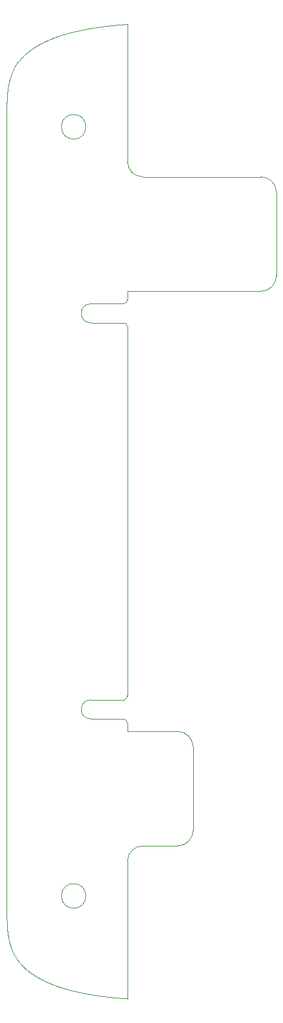
<source format=gm1>
G04*
G04 #@! TF.GenerationSoftware,Altium Limited,Altium Designer,24.2.2 (26)*
G04*
G04 Layer_Color=16711935*
%FSLAX43Y43*%
%MOMM*%
G71*
G04*
G04 #@! TF.SameCoordinates,CE86931C-6916-4A25-866B-2747C1F1E0B7*
G04*
G04*
G04 #@! TF.FilePolarity,Positive*
G04*
G01*
G75*
%ADD70C,0.013*%
D70*
X15206Y38854D02*
G03*
X15706Y39354I0J500D01*
G01*
X10956Y38854D02*
G03*
X10956Y36354I0J-1250D01*
G01*
X15706Y35854D02*
G03*
X15206Y36354I-500J0D01*
G01*
X24237Y32740D02*
G03*
X22237Y34740I-2000J0D01*
G01*
Y19854D02*
G03*
X24237Y21854I0J2000D01*
G01*
X17706Y19854D02*
G03*
X15706Y17854I0J-2000D01*
G01*
X891Y5897D02*
G03*
X946Y5792I5838J2934D01*
G01*
X946D02*
G03*
X1039Y5620I5721J3007D01*
G01*
D02*
G03*
X1481Y4941I5594J3160D01*
G01*
Y4941D02*
G03*
X1555Y4844I5241J3903D01*
G01*
X1516Y121813D02*
G03*
X1426Y121692I5175J-3926D01*
G01*
X1426Y121692D02*
G03*
X920Y120867I5208J-3765D01*
G01*
X15706Y108854D02*
G03*
X17706Y106854I2000J0D01*
G01*
X35086Y104854D02*
G03*
X33086Y106854I-2000J0D01*
G01*
Y91968D02*
G03*
X35086Y93968I0J2000D01*
G01*
X15206Y90354D02*
G03*
X15706Y90854I0J500D01*
G01*
X10956Y90354D02*
G03*
X10956Y87854I0J-1250D01*
G01*
X15706Y87354D02*
G03*
X15206Y87854I-500J0D01*
G01*
X10306Y13354D02*
G03*
X10306Y13354I-1600J0D01*
G01*
Y113354D02*
G03*
X10306Y113354I-1600J0D01*
G01*
X10956Y38854D02*
X15206D01*
X10956Y36354D02*
X15206D01*
X15706Y34740D02*
Y35854D01*
Y34740D02*
X22237D01*
X24237Y21854D02*
Y32740D01*
X17706Y19854D02*
X22237D01*
X15706Y6D02*
Y17854D01*
X6Y10590D02*
X6Y10553D01*
X6Y10525D01*
X7Y10497D01*
X7Y10469D01*
X7Y10440D01*
X7Y10413D01*
X7Y10385D01*
X8Y10357D01*
X8Y10329D01*
X8Y10301D01*
X9Y10273D01*
X9Y10245D01*
X10Y10218D01*
X10Y10190D01*
X11Y10162D01*
X11Y10135D01*
X12Y10107D01*
X12Y10080D01*
X13Y10052D01*
X14Y10025D01*
X15Y9998D01*
X15Y9970D01*
X16Y9943D01*
X17Y9916D01*
X18Y9888D01*
X19Y9861D01*
X20Y9834D01*
X21Y9798D01*
X23Y9762D01*
X25Y9726D01*
X26Y9690D01*
X28Y9655D01*
X30Y9619D01*
X31Y9583D01*
X33Y9548D01*
X35Y9512D01*
X37Y9477D01*
X40Y9442D01*
X42Y9406D01*
X44Y9371D01*
X47Y9336D01*
X49Y9301D01*
X52Y9267D01*
X54Y9232D01*
X57Y9197D01*
X60Y9162D01*
X63Y9128D01*
X65Y9093D01*
X68Y9059D01*
X72Y9025D01*
X75Y8991D01*
X78Y8957D01*
X81Y8923D01*
X85Y8889D01*
X88Y8855D01*
X92Y8821D01*
X95Y8787D01*
X99Y8754D01*
X104Y8712D01*
X109Y8670D01*
X114Y8629D01*
X119Y8588D01*
X125Y8546D01*
X130Y8505D01*
X136Y8464D01*
X141Y8423D01*
X147Y8383D01*
X153Y8342D01*
X159Y8302D01*
X165Y8261D01*
X172Y8221D01*
X178Y8181D01*
X185Y8142D01*
X192Y8102D01*
X199Y8062D01*
X206Y8023D01*
X213Y7984D01*
X220Y7945D01*
X228Y7906D01*
X235Y7867D01*
X244Y7821D01*
X254Y7774D01*
X264Y7729D01*
X273Y7683D01*
X283Y7637D01*
X294Y7592D01*
X304Y7547D01*
X315Y7502D01*
X326Y7457D01*
X337Y7413D01*
X348Y7369D01*
X359Y7325D01*
X371Y7281D01*
X383Y7237D01*
X395Y7194D01*
X407Y7150D01*
X422Y7100D01*
X436Y7050D01*
X451Y7001D01*
X467Y6951D01*
X485Y6895D01*
X503Y6839D01*
X519Y6791D01*
X536Y6743D01*
X555Y6688D01*
X574Y6633D01*
X594Y6579D01*
X617Y6519D01*
X641Y6459D01*
X667Y6392D01*
X697Y6320D01*
X728Y6248D01*
X762Y6171D01*
X803Y6081D01*
X851Y5979D01*
X891Y5897D01*
X1555Y4844D02*
X1613Y4770D01*
X1686Y4680D01*
X1752Y4601D01*
X1810Y4534D01*
X1869Y4467D01*
X1925Y4406D01*
X1976Y4351D01*
X2028Y4296D01*
X2076Y4247D01*
X2125Y4197D01*
X2169Y4154D01*
X2213Y4110D01*
X2258Y4067D01*
X2304Y4024D01*
X2351Y3980D01*
X2398Y3937D01*
X2445Y3894D01*
X2488Y3857D01*
X2531Y3819D01*
X2574Y3782D01*
X2618Y3745D01*
X2662Y3708D01*
X2707Y3671D01*
X2752Y3634D01*
X2772Y3618D01*
X6Y10590D02*
Y116118D01*
X2720Y123048D02*
X2772Y123090D01*
X2675Y123011D02*
X2720Y123048D01*
X2630Y122974D02*
X2675Y123011D01*
X2586Y122937D02*
X2630Y122974D01*
X2543Y122899D02*
X2586Y122937D01*
X2500Y122862D02*
X2543Y122899D01*
X2457Y122824D02*
X2500Y122862D01*
X2410Y122782D02*
X2457Y122824D01*
X2362Y122738D02*
X2410Y122782D01*
X2316Y122695D02*
X2362Y122738D01*
X2270Y122652D02*
X2316Y122695D01*
X2224Y122609D02*
X2270Y122652D01*
X2180Y122565D02*
X2224Y122609D01*
X2136Y122522D02*
X2180Y122565D01*
X2092Y122478D02*
X2136Y122522D01*
X2044Y122429D02*
X2092Y122478D01*
X1997Y122379D02*
X2044Y122429D01*
X1945Y122324D02*
X1997Y122379D01*
X1889Y122263D02*
X1945Y122324D01*
X1830Y122196D02*
X1889Y122263D01*
X1776Y122135D02*
X1830Y122196D01*
X1714Y122062D02*
X1776Y122135D01*
X1645Y121978D02*
X1714Y122062D01*
X1582Y121898D02*
X1645Y121978D01*
X1516Y121813D02*
X1582Y121898D01*
X872Y120773D02*
X920Y120867D01*
X830Y120685D02*
X872Y120773D01*
X785Y120589D02*
X830Y120685D01*
X747Y120505D02*
X785Y120589D01*
X716Y120434D02*
X747Y120505D01*
X686Y120362D02*
X716Y120434D01*
X656Y120289D02*
X686Y120362D01*
X630Y120223D02*
X656Y120289D01*
X607Y120162D02*
X630Y120223D01*
X584Y120102D02*
X607Y120162D01*
X565Y120047D02*
X584Y120102D01*
X545Y119993D02*
X565Y120047D01*
X526Y119938D02*
X545Y119993D01*
X510Y119889D02*
X526Y119938D01*
X491Y119834D02*
X510Y119889D01*
X473Y119778D02*
X491Y119834D01*
X456Y119722D02*
X473Y119778D01*
X441Y119672D02*
X456Y119722D01*
X426Y119622D02*
X441Y119672D01*
X411Y119572D02*
X426Y119622D01*
X399Y119529D02*
X411Y119572D01*
X387Y119486D02*
X399Y119529D01*
X375Y119442D02*
X387Y119486D01*
X363Y119398D02*
X375Y119442D01*
X352Y119354D02*
X363Y119398D01*
X340Y119310D02*
X352Y119354D01*
X329Y119266D02*
X340Y119310D01*
X318Y119221D02*
X329Y119266D01*
X308Y119176D02*
X318Y119221D01*
X297Y119131D02*
X308Y119176D01*
X287Y119086D02*
X297Y119131D01*
X277Y119040D02*
X287Y119086D01*
X267Y118995D02*
X277Y119040D01*
X257Y118949D02*
X267Y118995D01*
X248Y118903D02*
X257Y118949D01*
X238Y118857D02*
X248Y118903D01*
X229Y118810D02*
X238Y118857D01*
X220Y118763D02*
X229Y118810D01*
X211Y118716D02*
X220Y118763D01*
X204Y118677D02*
X211Y118716D01*
X197Y118638D02*
X204Y118677D01*
X190Y118598D02*
X197Y118638D01*
X184Y118559D02*
X190Y118598D01*
X177Y118519D02*
X184Y118559D01*
X171Y118479D02*
X177Y118519D01*
X164Y118439D02*
X171Y118479D01*
X158Y118398D02*
X164Y118439D01*
X152Y118358D02*
X158Y118398D01*
X146Y118317D02*
X152Y118358D01*
X140Y118277D02*
X146Y118317D01*
X134Y118236D02*
X140Y118277D01*
X129Y118195D02*
X134Y118236D01*
X123Y118154D02*
X129Y118195D01*
X118Y118112D02*
X123Y118154D01*
X113Y118071D02*
X118Y118112D01*
X108Y118029D02*
X113Y118071D01*
X103Y117988D02*
X108Y118029D01*
X98Y117946D02*
X103Y117988D01*
X95Y117912D02*
X98Y117946D01*
X91Y117879D02*
X95Y117912D01*
X87Y117845D02*
X91Y117879D01*
X84Y117811D02*
X87Y117845D01*
X80Y117777D02*
X84Y117811D01*
X77Y117743D02*
X80Y117777D01*
X73Y117700D02*
X77Y117743D01*
X69Y117658D02*
X73Y117700D01*
X65Y117615D02*
X69Y117658D01*
X63Y117580D02*
X65Y117615D01*
X60Y117546D02*
X63Y117580D01*
X57Y117511D02*
X60Y117546D01*
X54Y117476D02*
X57Y117511D01*
X52Y117442D02*
X54Y117476D01*
X49Y117407D02*
X52Y117442D01*
X47Y117372D02*
X49Y117407D01*
X44Y117337D02*
X47Y117372D01*
X42Y117302D02*
X44Y117337D01*
X40Y117266D02*
X42Y117302D01*
X37Y117231D02*
X40Y117266D01*
X35Y117196D02*
X37Y117231D01*
X33Y117160D02*
X35Y117196D01*
X31Y117125D02*
X33Y117160D01*
X30Y117089D02*
X31Y117125D01*
X28Y117054D02*
X30Y117089D01*
X26Y117018D02*
X28Y117054D01*
X25Y116982D02*
X26Y117018D01*
X23Y116946D02*
X25Y116982D01*
X21Y116910D02*
X23Y116946D01*
X20Y116874D02*
X21Y116910D01*
X19Y116847D02*
X20Y116874D01*
X18Y116820D02*
X19Y116847D01*
X17Y116792D02*
X18Y116820D01*
X16Y116765D02*
X17Y116792D01*
X15Y116738D02*
X16Y116765D01*
X15Y116711D02*
X15Y116738D01*
X14Y116683D02*
X15Y116711D01*
X13Y116656D02*
X14Y116683D01*
X12Y116628D02*
X13Y116656D01*
X12Y116601D02*
X12Y116628D01*
X11Y116573D02*
X12Y116601D01*
X11Y116546D02*
X11Y116573D01*
X10Y116518D02*
X11Y116546D01*
X10Y116490D02*
X10Y116518D01*
X9Y116463D02*
X10Y116490D01*
X9Y116435D02*
X9Y116463D01*
X8Y116407D02*
X9Y116435D01*
X8Y116379D02*
X8Y116407D01*
X8Y116351D02*
X8Y116379D01*
X7Y116324D02*
X8Y116351D01*
X7Y116296D02*
X7Y116324D01*
X7Y116268D02*
X7Y116296D01*
X7Y116240D02*
X7Y116268D01*
X7Y116212D02*
X7Y116240D01*
X6Y116183D02*
X7Y116212D01*
X6Y116155D02*
X6Y116183D01*
X6Y116127D02*
X6Y116155D01*
X6Y116118D02*
X6Y116127D01*
X15574Y126693D02*
X15706Y126702D01*
X15458Y126685D02*
X15574Y126693D01*
X15342Y126677D02*
X15458Y126685D01*
X15226Y126669D02*
X15342Y126677D01*
X15126Y126661D02*
X15226Y126669D01*
X15027Y126654D02*
X15126Y126661D01*
X14928Y126646D02*
X15027Y126654D01*
X14828Y126638D02*
X14928Y126646D01*
X14729Y126630D02*
X14828Y126638D01*
X14630Y126622D02*
X14729Y126630D01*
X14531Y126614D02*
X14630Y126622D01*
X14432Y126605D02*
X14531Y126614D01*
X14317Y126595D02*
X14432Y126605D01*
X14202Y126584D02*
X14317Y126595D01*
X14087Y126574D02*
X14202Y126584D01*
X13988Y126564D02*
X14087Y126574D01*
X13890Y126555D02*
X13988Y126564D01*
X13792Y126545D02*
X13890Y126555D01*
X13693Y126535D02*
X13792Y126545D01*
X13595Y126525D02*
X13693Y126535D01*
X13481Y126513D02*
X13595Y126525D01*
X13367Y126501D02*
X13481Y126513D01*
X13253Y126488D02*
X13367Y126501D01*
X13140Y126475D02*
X13253Y126488D01*
X13026Y126462D02*
X13140Y126475D01*
X12929Y126451D02*
X13026Y126462D01*
X12832Y126439D02*
X12929Y126451D01*
X12736Y126428D02*
X12832Y126439D01*
X12639Y126416D02*
X12736Y126428D01*
X12543Y126403D02*
X12639Y126416D01*
X12446Y126391D02*
X12543Y126403D01*
X12350Y126378D02*
X12446Y126391D01*
X12255Y126366D02*
X12350Y126378D01*
X12159Y126353D02*
X12255Y126366D01*
X12064Y126340D02*
X12159Y126353D01*
X11968Y126326D02*
X12064Y126340D01*
X11873Y126313D02*
X11968Y126326D01*
X11779Y126299D02*
X11873Y126313D01*
X11684Y126285D02*
X11779Y126299D01*
X11590Y126271D02*
X11684Y126285D01*
X11496Y126257D02*
X11590Y126271D01*
X11402Y126242D02*
X11496Y126257D01*
X11308Y126227D02*
X11402Y126242D01*
X11215Y126212D02*
X11308Y126227D01*
X11122Y126197D02*
X11215Y126212D01*
X11029Y126182D02*
X11122Y126197D01*
X10936Y126166D02*
X11029Y126182D01*
X10844Y126151D02*
X10936Y126166D01*
X10752Y126135D02*
X10844Y126151D01*
X10660Y126119D02*
X10752Y126135D01*
X10568Y126102D02*
X10660Y126119D01*
X10477Y126086D02*
X10568Y126102D01*
X10386Y126069D02*
X10477Y126086D01*
X10295Y126052D02*
X10386Y126069D01*
X10205Y126035D02*
X10295Y126052D01*
X10115Y126018D02*
X10205Y126035D01*
X10025Y126000D02*
X10115Y126018D01*
X9936Y125982D02*
X10025Y126000D01*
X9846Y125964D02*
X9936Y125982D01*
X9772Y125949D02*
X9846Y125964D01*
X9698Y125934D02*
X9772Y125949D01*
X9625Y125919D02*
X9698Y125934D01*
X9551Y125903D02*
X9625Y125919D01*
X9478Y125887D02*
X9551Y125903D01*
X9405Y125872D02*
X9478Y125887D01*
X9333Y125856D02*
X9405Y125872D01*
X9246Y125836D02*
X9333Y125856D01*
X9159Y125817D02*
X9246Y125836D01*
X9073Y125797D02*
X9159Y125817D01*
X8987Y125777D02*
X9073Y125797D01*
X8915Y125760D02*
X8987Y125777D01*
X8844Y125743D02*
X8915Y125760D01*
X8773Y125726D02*
X8844Y125743D01*
X8703Y125709D02*
X8773Y125726D01*
X8632Y125692D02*
X8703Y125709D01*
X8562Y125675D02*
X8632Y125692D01*
X8479Y125653D02*
X8562Y125675D01*
X8395Y125632D02*
X8479Y125653D01*
X8312Y125611D02*
X8395Y125632D01*
X8230Y125589D02*
X8312Y125611D01*
X8147Y125567D02*
X8230Y125589D01*
X8065Y125545D02*
X8147Y125567D01*
X7997Y125526D02*
X8065Y125545D01*
X7930Y125508D02*
X7997Y125526D01*
X7862Y125489D02*
X7930Y125508D01*
X7795Y125470D02*
X7862Y125489D01*
X7729Y125451D02*
X7795Y125470D01*
X7662Y125431D02*
X7729Y125451D01*
X7596Y125412D02*
X7662Y125431D01*
X7530Y125393D02*
X7596Y125412D01*
X7464Y125373D02*
X7530Y125393D01*
X7399Y125353D02*
X7464Y125373D01*
X7333Y125333D02*
X7399Y125353D01*
X7269Y125313D02*
X7333Y125333D01*
X7204Y125293D02*
X7269Y125313D01*
X7140Y125273D02*
X7204Y125293D01*
X7076Y125252D02*
X7140Y125273D01*
X7012Y125232D02*
X7076Y125252D01*
X6949Y125211D02*
X7012Y125232D01*
X6886Y125190D02*
X6949Y125211D01*
X6823Y125170D02*
X6886Y125190D01*
X6761Y125149D02*
X6823Y125170D01*
X6698Y125127D02*
X6761Y125149D01*
X6637Y125106D02*
X6698Y125127D01*
X6575Y125085D02*
X6637Y125106D01*
X6514Y125063D02*
X6575Y125085D01*
X6453Y125042D02*
X6514Y125063D01*
X6392Y125020D02*
X6453Y125042D01*
X6320Y124993D02*
X6392Y125020D01*
X6260Y124971D02*
X6320Y124993D01*
X6201Y124949D02*
X6260Y124971D01*
X6141Y124927D02*
X6201Y124949D01*
X6082Y124905D02*
X6141Y124927D01*
X6024Y124882D02*
X6082Y124905D01*
X5965Y124859D02*
X6024Y124882D01*
X5907Y124837D02*
X5965Y124859D01*
X5850Y124814D02*
X5907Y124837D01*
X5792Y124791D02*
X5850Y124814D01*
X5735Y124768D02*
X5792Y124791D01*
X5679Y124745D02*
X5735Y124768D01*
X5622Y124721D02*
X5679Y124745D01*
X5566Y124698D02*
X5622Y124721D01*
X5511Y124674D02*
X5566Y124698D01*
X5455Y124651D02*
X5511Y124674D01*
X5400Y124627D02*
X5455Y124651D01*
X5346Y124603D02*
X5400Y124627D01*
X5291Y124579D02*
X5346Y124603D01*
X5237Y124555D02*
X5291Y124579D01*
X5183Y124531D02*
X5237Y124555D01*
X5130Y124507D02*
X5183Y124531D01*
X5077Y124483D02*
X5130Y124507D01*
X5024Y124458D02*
X5077Y124483D01*
X4972Y124434D02*
X5024Y124458D01*
X4920Y124409D02*
X4972Y124434D01*
X4868Y124384D02*
X4920Y124409D01*
X4817Y124359D02*
X4868Y124384D01*
X4766Y124334D02*
X4817Y124359D01*
X4715Y124309D02*
X4766Y124334D01*
X4665Y124284D02*
X4715Y124309D01*
X4615Y124259D02*
X4665Y124284D01*
X4565Y124234D02*
X4615Y124259D01*
X4516Y124208D02*
X4565Y124234D01*
X4467Y124183D02*
X4516Y124208D01*
X4418Y124157D02*
X4467Y124183D01*
X4370Y124132D02*
X4418Y124157D01*
X4322Y124106D02*
X4370Y124132D01*
X4275Y124080D02*
X4322Y124106D01*
X4227Y124054D02*
X4275Y124080D01*
X4180Y124028D02*
X4227Y124054D01*
X4134Y124002D02*
X4180Y124028D01*
X4088Y123976D02*
X4134Y124002D01*
X4042Y123950D02*
X4088Y123976D01*
X3996Y123923D02*
X4042Y123950D01*
X3951Y123897D02*
X3996Y123923D01*
X3906Y123870D02*
X3951Y123897D01*
X3862Y123844D02*
X3906Y123870D01*
X3817Y123817D02*
X3862Y123844D01*
X3774Y123791D02*
X3817Y123817D01*
X3730Y123764D02*
X3774Y123791D01*
X3687Y123737D02*
X3730Y123764D01*
X3644Y123710D02*
X3687Y123737D01*
X3602Y123683D02*
X3644Y123710D01*
X3551Y123651D02*
X3602Y123683D01*
X3501Y123618D02*
X3551Y123651D01*
X3451Y123585D02*
X3501Y123618D01*
X3402Y123553D02*
X3451Y123585D01*
X3354Y123520D02*
X3402Y123553D01*
X3306Y123487D02*
X3354Y123520D01*
X3258Y123454D02*
X3306Y123487D01*
X3211Y123421D02*
X3258Y123454D01*
X3164Y123387D02*
X3211Y123421D01*
X3118Y123354D02*
X3164Y123387D01*
X3072Y123321D02*
X3118Y123354D01*
X3027Y123287D02*
X3072Y123321D01*
X2982Y123254D02*
X3027Y123287D01*
X2938Y123220D02*
X2982Y123254D01*
X2894Y123186D02*
X2938Y123220D01*
X2851Y123152D02*
X2894Y123186D01*
X2808Y123118D02*
X2851Y123152D01*
X2772Y123090D02*
X2808Y123118D01*
X15706Y108854D02*
Y126702D01*
X17706Y106854D02*
X33086D01*
X35086Y93968D02*
Y104854D01*
X15706Y91968D02*
X33086D01*
X15706Y90854D02*
Y91968D01*
X10956Y90354D02*
X15206D01*
X10956Y87854D02*
X15206D01*
X15706Y39354D02*
Y87354D01*
X2772Y3618D02*
X2822Y3578D01*
X2865Y3545D01*
X2909Y3511D01*
X2953Y3477D01*
X2997Y3443D01*
X3042Y3410D01*
X3087Y3376D01*
X3133Y3343D01*
X3180Y3310D01*
X3227Y3277D01*
X3274Y3243D01*
X3322Y3210D01*
X3370Y3178D01*
X3419Y3145D01*
X3468Y3112D01*
X3518Y3079D01*
X3568Y3047D01*
X3619Y3014D01*
X3661Y2987D01*
X3704Y2960D01*
X3747Y2934D01*
X3791Y2907D01*
X3835Y2880D01*
X3879Y2854D01*
X3924Y2827D01*
X3969Y2801D01*
X4014Y2774D01*
X4060Y2748D01*
X4106Y2722D01*
X4152Y2696D01*
X4199Y2670D01*
X4246Y2644D01*
X4294Y2618D01*
X4341Y2592D01*
X4389Y2566D01*
X4438Y2541D01*
X4487Y2515D01*
X4536Y2490D01*
X4585Y2464D01*
X4635Y2439D01*
X4685Y2414D01*
X4735Y2389D01*
X4786Y2364D01*
X4837Y2339D01*
X4889Y2314D01*
X4941Y2289D01*
X4993Y2265D01*
X5045Y2240D01*
X5098Y2216D01*
X5151Y2191D01*
X5205Y2167D01*
X5259Y2143D01*
X5313Y2119D01*
X5367Y2095D01*
X5422Y2072D01*
X5477Y2048D01*
X5533Y2024D01*
X5589Y2001D01*
X5645Y1977D01*
X5701Y1954D01*
X5758Y1931D01*
X5815Y1908D01*
X5873Y1885D01*
X5931Y1862D01*
X5989Y1840D01*
X6047Y1817D01*
X6106Y1795D01*
X6165Y1772D01*
X6224Y1750D01*
X6284Y1728D01*
X6356Y1702D01*
X6429Y1675D01*
X6490Y1654D01*
X6551Y1632D01*
X6612Y1611D01*
X6674Y1589D01*
X6736Y1568D01*
X6798Y1547D01*
X6861Y1526D01*
X6924Y1505D01*
X6987Y1484D01*
X7050Y1464D01*
X7114Y1443D01*
X7178Y1423D01*
X7243Y1403D01*
X7307Y1383D01*
X7372Y1363D01*
X7438Y1343D01*
X7503Y1323D01*
X7569Y1304D01*
X7635Y1284D01*
X7702Y1265D01*
X7769Y1246D01*
X7836Y1227D01*
X7903Y1208D01*
X7970Y1189D01*
X8052Y1167D01*
X8134Y1145D01*
X8216Y1123D01*
X8298Y1101D01*
X8381Y1080D01*
X8465Y1058D01*
X8548Y1037D01*
X8632Y1016D01*
X8703Y999D01*
X8773Y982D01*
X8844Y965D01*
X8915Y948D01*
X9001Y928D01*
X9087Y908D01*
X9173Y888D01*
X9260Y869D01*
X9347Y849D01*
X9420Y833D01*
X9493Y818D01*
X9566Y802D01*
X9640Y786D01*
X9713Y771D01*
X9787Y756D01*
X9876Y738D01*
X9965Y720D01*
X10055Y702D01*
X10145Y685D01*
X10235Y667D01*
X10326Y650D01*
X10416Y633D01*
X10507Y617D01*
X10599Y600D01*
X10690Y584D01*
X10782Y568D01*
X10875Y552D01*
X10967Y536D01*
X11060Y521D01*
X11153Y506D01*
X11246Y491D01*
X11339Y476D01*
X11433Y461D01*
X11527Y447D01*
X11621Y432D01*
X11716Y418D01*
X11810Y404D01*
X11905Y391D01*
X12000Y377D01*
X12095Y364D01*
X12191Y351D01*
X12286Y338D01*
X12382Y325D01*
X12478Y313D01*
X12575Y301D01*
X12671Y289D01*
X12768Y277D01*
X12865Y265D01*
X12961Y253D01*
X13075Y240D01*
X13188Y227D01*
X13302Y215D01*
X13416Y202D01*
X13530Y190D01*
X13644Y178D01*
X13742Y168D01*
X13841Y158D01*
X13939Y149D01*
X14054Y137D01*
X14169Y127D01*
X14284Y116D01*
X14399Y106D01*
X14515Y96D01*
X14614Y87D01*
X14713Y79D01*
X14812Y71D01*
X14911Y63D01*
X15010Y56D01*
X15110Y48D01*
X15209Y41D01*
X15308Y33D01*
X15424Y25D01*
X15541Y17D01*
X15657Y10D01*
X15706Y6D01*
M02*

</source>
